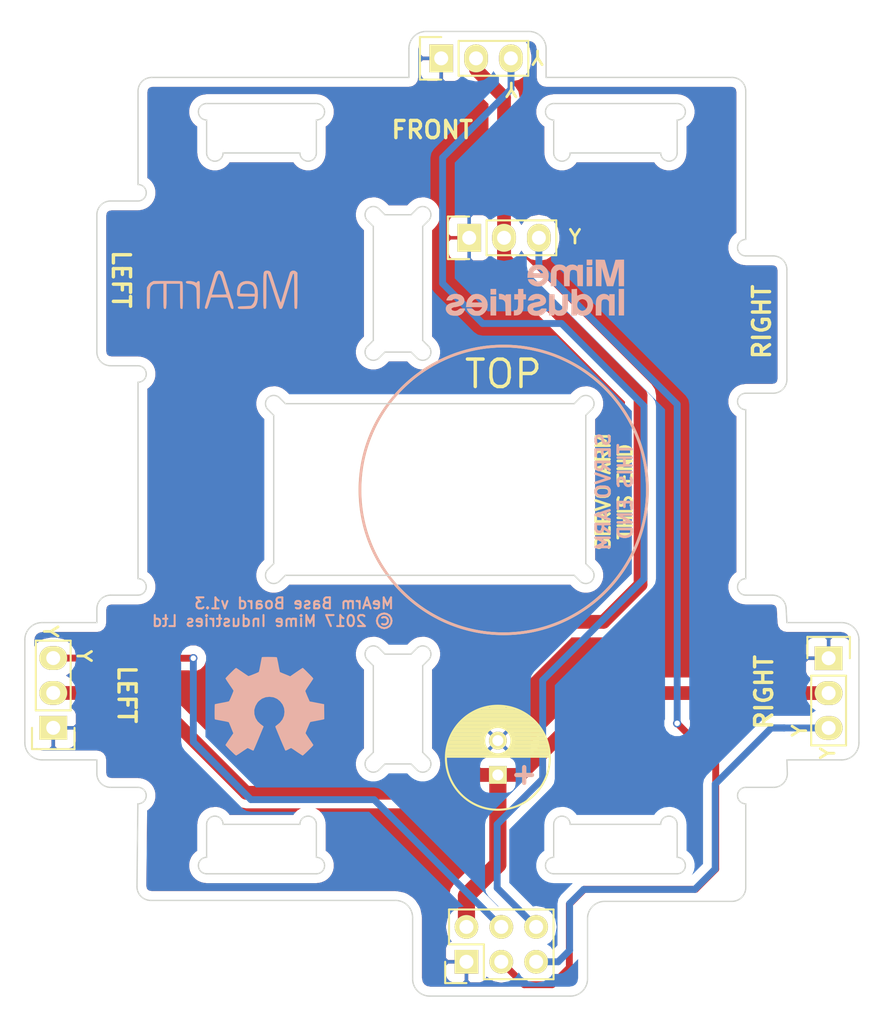
<source format=kicad_pcb>
(kicad_pcb (version 20221018) (generator pcbnew)
  (layers (0 "F.Cu" signal) (31 "B.Cu" signal) (34 "B.Paste" user) (35 "F.Paste" user) (36 "B.SilkS" user "B.Silkscreen") (37 "F.SilkS" user "F.Silkscreen") (38 "B.Mask" user) (39 "F.Mask" user) (44 "Edge.Cuts" user))
  (net 0 "")
  (net 1 "GND")
  (net 2 "VCC")
  (net 3 "Net-(P1-Pad5)")
  (net 4 "Net-(P1-Pad3)")
  (net 5 "Net-(P1-Pad4)")
  (net 6 "Net-(P1-Pad6)")
  (footprint "Pin_Headers:Pin_Header_Straight_2x03" (layer "F.Cu") (at 164.61 137.11 90)
    (fp_text reference "P1" hide)
    (fp_text value "CONNECTOR")
    (pad "1" thru_hole rect (at 0 0 90) (size 1.7272 1.7272) (drill 1.016) (layers "*.Cu" "*.Mask" "F.SilkS") (net 1 "GND"))
    (pad "2" thru_hole oval (at 2.54 0 90) (size 1.7272 1.7272) (drill 1.016) (layers "*.Cu" "*.Mask" "F.SilkS") (net 2 "VCC"))
    (pad "3" thru_hole oval (at 0 2.54 90) (size 1.7272 1.7272) (drill 1.016) (layers "*.Cu" "*.Mask" "F.SilkS") (net 4 "Net-(P1-Pad3)"))
    (pad "4" thru_hole oval (at 2.54 2.54 90) (size 1.7272 1.7272) (drill 1.016) (layers "*.Cu" "*.Mask" "F.SilkS") (net 5 "Net-(P1-Pad4)"))
    (pad "5" thru_hole oval (at 0 5.08 90) (size 1.7272 1.7272) (drill 1.016) (layers "*.Cu" "*.Mask" "F.SilkS") (net 3 "Net-(P1-Pad5)"))
    (pad "6" thru_hole oval (at 2.54 5.08 90) (size 1.7272 1.7272) (drill 1.016) (layers "*.Cu" "*.Mask" "F.SilkS") (net 6 "Net-(P1-Pad6)"))
  )
  (footprint "Capacitors_ThroughHole:C_Radial_D7.5_L11.2_P2.5" (layer "F.Cu") (at 166.9 123.5 90)
    (fp_text reference "C1" hide)
    (fp_text value "470uF" hide)
    (pad "1" thru_hole rect (at 0 0 90) (size 1.3 1.3) (drill 0.8) (layers "*.Cu" "*.Mask" "F.SilkS") (net 2 "VCC"))
    (pad "2" thru_hole circle (at 2.5 0 90) (size 1.3 1.3) (drill 0.8) (layers "*.Cu" "*.Mask" "F.SilkS") (net 1 "GND"))
  )
  (footprint "Pin_Headers:Pin_Header_Straight_1x03" (layer "F.Cu") (at 164.81 84.38 90)
    (fp_text reference "P2" hide)
    (fp_text value "~")
    (pad "1" thru_hole rect (at 0 0 90) (size 2.032 1.7272) (drill 1.016) (layers "*.Cu" "*.Mask" "F.SilkS") (net 1 "GND"))
    (pad "2" thru_hole oval (at 0 2.54 90) (size 2.032 1.7272) (drill 1.016) (layers "*.Cu" "*.Mask" "F.SilkS") (net 2 "VCC"))
    (pad "3" thru_hole oval (at 0 5.08 90) (size 2.032 1.7272) (drill 1.016) (layers "*.Cu" "*.Mask" "F.SilkS") (net 4 "Net-(P1-Pad3)"))
  )
  (footprint "Pin_Headers:Pin_Header_Straight_1x03" (layer "F.Cu") (at 162.77 71.31 90)
    (fp_text reference "P5" hide)
    (fp_text value "~")
    (pad "1" thru_hole rect (at 0 0 90) (size 2.032 1.7272) (drill 1.016) (layers "*.Cu" "*.Mask" "F.SilkS") (net 1 "GND"))
    (pad "2" thru_hole oval (at 0 2.54 90) (size 2.032 1.7272) (drill 1.016) (layers "*.Cu" "*.Mask" "F.SilkS") (net 2 "VCC"))
    (pad "3" thru_hole oval (at 0 5.08 90) (size 2.032 1.7272) (drill 1.016) (layers "*.Cu" "*.Mask" "F.SilkS") (net 6 "Net-(P1-Pad6)"))
  )
  (footprint "Pin_Headers:Pin_Header_Straight_1x03" (layer "F.Cu") (at 134.49 120.07 180)
    (fp_text reference "P3" hide)
    (fp_text value "~")
    (pad "1" thru_hole rect (at 0 0 180) (size 2.032 1.7272) (drill 1.016) (layers "*.Cu" "*.Mask" "F.SilkS") (net 1 "GND"))
    (pad "2" thru_hole oval (at 0 2.54 180) (size 2.032 1.7272) (drill 1.016) (layers "*.Cu" "*.Mask" "F.SilkS") (net 2 "VCC"))
    (pad "3" thru_hole oval (at 0 5.08 180) (size 2.032 1.7272) (drill 1.016) (layers "*.Cu" "*.Mask" "F.SilkS") (net 5 "Net-(P1-Pad4)"))
  )
  (footprint "Pin_Headers:Pin_Header_Straight_1x03" (layer "F.Cu") (at 191.01 115)
    (fp_text reference "P4" hide)
    (fp_text value "~")
    (pad "1" thru_hole rect (at 0 0) (size 2.032 1.7272) (drill 1.016) (layers "*.Cu" "*.Mask" "F.SilkS") (net 1 "GND"))
    (pad "2" thru_hole oval (at 0 2.54) (size 2.032 1.7272) (drill 1.016) (layers "*.Cu" "*.Mask" "F.SilkS") (net 2 "VCC"))
    (pad "3" thru_hole oval (at 0 5.08) (size 2.032 1.7272) (drill 1.016) (layers "*.Cu" "*.Mask" "F.SilkS") (net 3 "Net-(P1-Pad5)"))
  )
  (footprint "Custom:OSHW_LOGO" (layer "B.Cu") (at 150.25 118.5 180)
    (fp_text reference "ART1" hide)
    (fp_text value "OSHW-LOGO" hide)
  )
  (footprint "Custom:MIME_LOGO" (layer "B.Cu") (at 172.16 88.03 180)
    (fp_text reference "ART2" hide)
    (fp_text value "LOGO" hide)
  )
  (footprint "Custom:MEARM_LOGO_NEW" (layer "B.Cu") (at 148.73 88.15 180)
    (fp_text reference "ART3" hide)
    (fp_text value "LOGO" hide)
  )
  (gr_circle (center 167.3225 102.743) (end 177.7365 103.886) (stroke (width 0.2)) (fill none) (layer "B.SilkS"))
  (gr_circle (center 167.3225 102.743) (end 177.7365 103.886) (stroke (width 0.2)) (fill none) (layer "F.SilkS"))
  (gr_arc (start 191.97 112.405968) (mid 192.853883 112.772085) (end 193.22 113.655968) (stroke (width 0.1)) (layer "Edge.Cuts"))
  (gr_line (start 157.395736 92.277093) (end 157.82 91.852829) (stroke (width 0.1)) (layer "Edge.Cuts"))
  (gr_line (start 179.97 75.800362) (end 179.97 78.200362) (stroke (width 0.1)) (layer "Edge.Cuts"))
  (gr_arc (start 153.67 129.500361) (mid 154.27 130.100361) (end 153.67 130.700361) (stroke (width 0.1)) (layer "Edge.Cuts"))
  (gr_line (start 178.77 78.200362) (end 172.17 78.200362) (stroke (width 0.1)) (layer "Edge.Cuts"))
  (gr_arc (start 161.9361 139.609139) (mid 161.052217 139.243022) (end 160.6861 138.359139) (stroke (width 0.1)) (layer "Edge.Cuts"))
  (gr_arc (start 179.97 129.500361) (mid 180.57 130.100361) (end 179.97 130.700361) (stroke (width 0.1)) (layer "Edge.Cuts"))
  (gr_line (start 157.395736 122.277092) (end 157.82 121.852828) (stroke (width 0.1)) (layer "Edge.Cuts"))
  (gr_arc (start 145.67 130.700361) (mid 145.07 130.100361) (end 145.67 129.500361) (stroke (width 0.1)) (layer "Edge.Cuts"))
  (gr_arc (start 193.22 121.155968) (mid 192.853883 122.039851) (end 191.97 122.405968) (stroke (width 0.1)) (layer "Edge.Cuts"))
  (gr_line (start 184.97 131.709139) (end 184.97 125.605968) (stroke (width 0.1)) (layer "Edge.Cuts"))
  (gr_line (start 157.82 121.852828) (end 157.82 115.549884) (stroke (width 0.1)) (layer "Edge.Cuts"))
  (gr_line (start 140.67 81.699259) (end 138.67 81.699259) (stroke (width 0.1)) (layer "Edge.Cuts"))
  (gr_line (start 146.87 127.100361) (end 152.47 127.100361) (stroke (width 0.1)) (layer "Edge.Cuts"))
  (gr_arc (start 157.395736 115.12562) (mid 157.395736 114.277092) (end 158.244264 114.277092) (stroke (width 0.1)) (layer "Edge.Cuts"))
  (gr_line (start 151.409628 108.960498) (end 150.985364 109.384762) (stroke (width 0.1)) (layer "Edge.Cuts"))
  (gr_line (start 158.668528 114.701356) (end 160.571472 114.701356) (stroke (width 0.1)) (layer "Edge.Cuts"))
  (gr_arc (start 184.97 85.699259) (mid 184.37 85.099259) (end 184.97 84.499259) (stroke (width 0.1)) (layer "Edge.Cuts"))
  (gr_line (start 161.42 91.852829) (end 161.844264 92.277093) (stroke (width 0.1)) (layer "Edge.Cuts"))
  (gr_line (start 186.913086 110.405968) (end 184.97 110.405968) (stroke (width 0.1)) (layer "Edge.Cuts"))
  (gr_line (start 170.97 78.200362) (end 170.97 75.800362) (stroke (width 0.1)) (layer "Edge.Cuts"))
  (gr_line (start 161.42 83.549885) (end 161.42 91.852829) (stroke (width 0.1)) (layer "Edge.Cuts"))
  (gr_line (start 174.6861 132.709139) (end 183.97 132.709139) (stroke (width 0.1)) (layer "Edge.Cuts"))
  (gr_arc (start 141.593325 132.640262) (mid 140.882478 132.343609) (end 140.593381 131.629656) (stroke (width 0.1)) (layer "Edge.Cuts"))
  (gr_arc (start 172.17 78.200362) (mid 171.57 78.800362) (end 170.97 78.200362) (stroke (width 0.1)) (layer "Edge.Cuts"))
  (gr_line (start 158.244264 82.277093) (end 158.668528 82.701357) (stroke (width 0.1)) (layer "Edge.Cuts"))
  (gr_arc (start 184.97 131.709139) (mid 184.677107 132.416246) (end 183.97 132.709139) (stroke (width 0.1)) (layer "Edge.Cuts"))
  (gr_line (start 157.82 115.549884) (end 157.395736 115.12562) (stroke (width 0.1)) (layer "Edge.Cuts"))
  (gr_line (start 153.67 127.100361) (end 153.67 129.500361) (stroke (width 0.1)) (layer "Edge.Cuts"))
  (gr_line (start 183.97 72.699259) (end 170.415218 72.699259) (stroke (width 0.1)) (layer "Edge.Cuts"))
  (gr_line (start 133.67 122.405968) (end 137.67 122.405968) (stroke (width 0.1)) (layer "Edge.Cuts"))
  (gr_line (start 160.415218 72.699259) (end 141.67 72.699259) (stroke (width 0.1)) (layer "Edge.Cuts"))
  (gr_arc (start 184.97 110.405968) (mid 184.37 109.805968) (end 184.97 109.205968) (stroke (width 0.1)) (layer "Edge.Cuts"))
  (gr_arc (start 145.67 75.800362) (mid 145.07 75.200362) (end 145.67 74.600362) (stroke (width 0.1)) (layer "Edge.Cuts"))
  (gr_line (start 146.87 78.200362) (end 152.47 78.200362) (stroke (width 0.1)) (layer "Edge.Cuts"))
  (gr_line (start 150.5611 97.309026) (end 150.136836 96.884762) (stroke (width 0.1)) (layer "Edge.Cuts"))
  (gr_line (start 173.3111 108.11197) (end 173.735364 108.536234) (stroke (width 0.1)) (layer "Edge.Cuts"))
  (gr_line (start 160.571472 122.701356) (end 158.668528 122.701356) (stroke (width 0.1)) (layer "Edge.Cuts"))
  (gr_line (start 140.67 94.9) (end 140.67 109.205968) (stroke (width 0.1)) (layer "Edge.Cuts"))
  (gr_arc (start 169.165218 69.350362) (mid 170.049101 69.716479) (end 170.415218 70.600362) (stroke (width 0.1)) (layer "Edge.Cuts"))
  (gr_line (start 187.97 112.405968) (end 187.911556 111.350671) (stroke (width 0.1)) (layer "Edge.Cuts"))
  (gr_arc (start 178.77 127.100361) (mid 179.37 126.500361) (end 179.97 127.100361) (stroke (width 0.1)) (layer "Edge.Cuts"))
  (gr_arc (start 140.67 73.699259) (mid 140.962893 72.992152) (end 141.67 72.699259) (stroke (width 0.1)) (layer "Edge.Cuts"))
  (gr_line (start 137.67 82.699259) (end 137.67 92.7) (stroke (width 0.1)) (layer "Edge.Cuts"))
  (gr_arc (start 172.886836 96.036234) (mid 173.735364 96.036234) (end 173.735364 96.884762) (stroke (width 0.1)) (layer "Edge.Cuts"))
  (gr_arc (start 161.844264 92.277093) (mid 161.844264 93.125621) (end 160.995736 93.125621) (stroke (width 0.1)) (layer "Edge.Cuts"))
  (gr_line (start 172.462572 96.460498) (end 172.886836 96.036234) (stroke (width 0.1)) (layer "Edge.Cuts"))
  (gr_arc (start 152.47 127.100361) (mid 153.07 126.500361) (end 153.67 127.100361) (stroke (width 0.1)) (layer "Edge.Cuts"))
  (gr_line (start 140.67 73.699259) (end 140.67 80.499259) (stroke (width 0.1)) (layer "Edge.Cuts"))
  (gr_arc (start 153.67 78.200362) (mid 153.07 78.800362) (end 152.47 78.200362) (stroke (width 0.1)) (layer "Edge.Cuts"))
  (gr_line (start 153.67 74.600362) (end 145.67 74.600362) (stroke (width 0.1)) (layer "Edge.Cuts"))
  (gr_line (start 170.97 127.100361) (end 170.97 129.500361) (stroke (width 0.1)) (layer "Edge.Cuts"))
  (gr_arc (start 179.97 74.600362) (mid 180.57 75.200362) (end 179.97 75.800362) (stroke (width 0.1)) (layer "Edge.Cuts"))
  (gr_arc (start 140.67 109.205968) (mid 141.27 109.805968) (end 140.67 110.405968) (stroke (width 0.1)) (layer "Edge.Cuts"))
  (gr_line (start 184.97 95.7) (end 186.97 95.7) (stroke (width 0.1)) (layer "Edge.Cuts"))
  (gr_arc (start 187.999602 123.375448) (mid 187.717884 124.102201) (end 187.000068 124.405968) (stroke (width 0.1)) (layer "Edge.Cuts"))
  (gr_line (start 187.97 122.405968) (end 191.97 122.405968) (stroke (width 0.1)) (layer "Edge.Cuts"))
  (gr_arc (start 146.87 78.200362) (mid 146.27 78.800362) (end 145.67 78.200362) (stroke (width 0.1)) (layer "Edge.Cuts"))
  (gr_line (start 160.571472 82.701357) (end 160.995736 82.277093) (stroke (width 0.1)) (layer "Edge.Cuts"))
  (gr_line (start 184.97 109.205968) (end 184.97 96.9) (stroke (width 0.1)) (layer "Edge.Cuts"))
  (gr_line (start 137.67 122.405968) (end 137.67 123.405968) (stroke (width 0.1)) (layer "Edge.Cuts"))
  (gr_arc (start 184.97 125.605968) (mid 184.37 125.005968) (end 184.97 124.405968) (stroke (width 0.1)) (layer "Edge.Cuts"))
  (gr_line (start 140.67 110.405968) (end 138.67 110.405968) (stroke (width 0.1)) (layer "Edge.Cuts"))
  (gr_arc (start 145.67 127.100361) (mid 146.27 126.500361) (end 146.87 127.100361) (stroke (width 0.1)) (layer "Edge.Cuts"))
  (gr_line (start 173.4361 138.359139) (end 173.4361 133.959139) (stroke (width 0.1)) (layer "Edge.Cuts"))
  (gr_arc (start 160.415218 70.600362) (mid 160.781335 69.716479) (end 161.665218 69.350362) (stroke (width 0.1)) (layer "Edge.Cuts"))
  (gr_arc (start 183.97 72.699259) (mid 184.677107 72.992152) (end 184.97 73.699259) (stroke (width 0.1)) (layer "Edge.Cuts"))
  (gr_arc (start 160.995736 114.277092) (mid 161.844264 114.277092) (end 161.844264 115.12562) (stroke (width 0.1)) (layer "Edge.Cuts"))
  (gr_arc (start 153.67 74.600362) (mid 154.27 75.200362) (end 153.67 75.800362) (stroke (width 0.1)) (layer "Edge.Cuts"))
  (gr_line (start 160.571472 92.701357) (end 158.668528 92.701357) (stroke (width 0.1)) (layer "Edge.Cuts"))
  (gr_arc (start 137.67 82.699259) (mid 137.962893 81.992152) (end 138.67 81.699259) (stroke (width 0.1)) (layer "Edge.Cuts"))
  (gr_line (start 150.5611 108.11197) (end 150.5611 97.309026) (stroke (width 0.1)) (layer "Edge.Cuts"))
  (gr_line (start 187.999602 123.375448) (end 187.97 122.405968) (stroke (width 0.1)) (layer "Edge.Cuts"))
  (gr_line (start 157.82 83.549885) (end 157.395736 83.125621) (stroke (width 0.1)) (layer "Edge.Cuts"))
  (gr_arc (start 170.97 75.800362) (mid 170.37 75.200362) (end 170.97 74.600362) (stroke (width 0.1)) (layer "Edge.Cuts"))
  (gr_line (start 161.844264 115.12562) (end 161.42 115.549884) (stroke (width 0.1)) (layer "Edge.Cuts"))
  (gr_line (start 184.97 84.499259) (end 184.97 73.699259) (stroke (width 0.1)) (layer "Edge.Cuts"))
  (gr_line (start 145.67 129.500361) (end 145.67 127.100361) (stroke (width 0.1)) (layer "Edge.Cuts"))
  (gr_arc (start 160.995736 82.277093) (mid 161.844264 82.277093) (end 161.844264 83.125621) (stroke (width 0.1)) (layer "Edge.Cuts"))
  (gr_line (start 158.668528 122.701356) (end 158.244264 123.12562) (stroke (width 0.1)) (layer "Edge.Cuts"))
  (gr_line (start 172.886836 109.384762) (end 172.462572 108.960498) (stroke (width 0.1)) (layer "Edge.Cuts"))
  (gr_line (start 153.67 130.700361) (end 145.67 130.700361) (stroke (width 0.1)) (layer "Edge.Cuts"))
  (gr_arc (start 137.67 111.405968) (mid 137.962893 110.698861) (end 138.67 110.405968) (stroke (width 0.1)) (layer "Edge.Cuts"))
  (gr_line (start 191.97 112.405968) (end 187.97 112.405968) (stroke (width 0.1)) (layer "Edge.Cuts"))
  (gr_line (start 160.995736 93.125621) (end 160.571472 92.701357) (stroke (width 0.1)) (layer "Edge.Cuts"))
  (gr_arc (start 138.67 124.405968) (mid 137.962893 124.113075) (end 137.67 123.405968) (stroke (width 0.1)) (layer "Edge.Cuts"))
  (gr_line (start 138.67 124.405968) (end 140.67 124.405968) (stroke (width 0.1)) (layer "Edge.Cuts"))
  (gr_arc (start 158.244264 123.12562) (mid 157.395736 123.12562) (end 157.395736 122.277092) (stroke (width 0.1)) (layer "Edge.Cuts"))
  (gr_arc (start 173.4361 133.959139) (mid 173.802217 133.075256) (end 174.6861 132.709139) (stroke (width 0.1)) (layer "Edge.Cuts"))
  (gr_line (start 158.668528 92.701357) (end 158.244264 93.125621) (stroke (width 0.1)) (layer "Edge.Cuts"))
  (gr_line (start 160.6861 133.890262) (end 160.6861 138.359139) (stroke (width 0.1)) (layer "Edge.Cuts"))
  (gr_arc (start 150.136836 96.884762) (mid 150.136836 96.036234) (end 150.985364 96.036234) (stroke (width 0.1)) (layer "Edge.Cuts"))
  (gr_line (start 184.97 124.405968) (end 187.000068 124.405968) (stroke (width 0.1)) (layer "Edge.Cuts"))
  (gr_line (start 141.593325 132.640262) (end 159.4361 132.640262) (stroke (width 0.1)) (layer "Edge.Cuts"))
  (gr_arc (start 187.97 94.7) (mid 187.677107 95.407107) (end 186.97 95.7) (stroke (width 0.1)) (layer "Edge.Cuts"))
  (gr_arc (start 173.4361 138.359139) (mid 173.069983 139.243022) (end 172.1861 139.609139) (stroke (width 0.1)) (layer "Edge.Cuts"))
  (gr_arc (start 161.844264 122.277092) (mid 161.844264 123.12562) (end 160.995736 123.12562) (stroke (width 0.1)) (layer "Edge.Cuts"))
  (gr_line (start 150.985364 96.036234) (end 151.409628 96.460498) (stroke (width 0.1)) (layer "Edge.Cuts"))
  (gr_line (start 137.67 112.405968) (end 133.67 112.405968) (stroke (width 0.1)) (layer "Edge.Cuts"))
  (gr_line (start 150.136836 108.536234) (end 150.5611 108.11197) (stroke (width 0.1)) (layer "Edge.Cuts"))
  (gr_arc (start 138.67 93.7) (mid 137.962893 93.407107) (end 137.67 92.7) (stroke (width 0.1)) (layer "Edge.Cuts"))
  (gr_line (start 158.668528 82.701357) (end 160.571472 82.701357) (stroke (width 0.1)) (layer "Edge.Cuts"))
  (gr_arc (start 140.67 93.7) (mid 141.27 94.3) (end 140.67 94.9) (stroke (width 0.1)) (layer "Edge.Cuts"))
  (gr_line (start 172.462572 108.960498) (end 151.409628 108.960498) (stroke (width 0.1)) (layer "Edge.Cuts"))
  (gr_line (start 161.9361 139.609139) (end 172.1861 139.609139) (stroke (width 0.1)) (layer "Edge.Cuts"))
  (gr_line (start 170.97 74.600362) (end 179.97 74.600362) (stroke (width 0.1)) (layer "Edge.Cuts"))
  (gr_arc (start 186.97 85.699259) (mid 187.677107 85.992152) (end 187.97 86.699259) (stroke (width 0.1)) (layer "Edge.Cuts"))
  (gr_arc (start 140.669999 124.405968) (mid 141.269966 125.012331) (end 140.657274 125.605833) (stroke (width 0.1)) (layer "Edge.Cuts"))
  (gr_arc (start 158.244264 93.125621) (mid 157.395736 93.125621) (end 157.395736 92.277093) (stroke (width 0.1)) (layer "Edge.Cuts"))
  (gr_arc (start 132.42 113.655968) (mid 132.786117 112.772085) (end 133.67 112.405968) (stroke (width 0.1)) (layer "Edge.Cuts"))
  (gr_line (start 160.995736 123.12562) (end 160.571472 122.701356) (stroke (width 0.1)) (layer "Edge.Cuts"))
  (gr_arc (start 184.97 96.9) (mid 184.37 96.3) (end 184.97 95.7) (stroke (width 0.1)) (layer "Edge.Cuts"))
  (gr_line (start 157.82 91.852829) (end 157.82 83.549885) (stroke (width 0.1)) (layer "Edge.Cuts"))
  (gr_line (start 173.3111 97.309026) (end 173.3111 108.11197) (stroke (width 0.1)) (layer "Edge.Cuts"))
  (gr_arc (start 157.395736 83.125621) (mid 157.395736 82.277093) (end 158.244264 82.277093) (stroke (width 0.1)) (layer "Edge.Cuts"))
  (gr_line (start 140.657274 125.605833) (end 140.593381 131.629656) (stroke (width 0.1)) (layer "Edge.Cuts"))
  (gr_line (start 160.571472 114.701356) (end 160.995736 114.277092) (stroke (width 0.1)) (layer "Edge.Cuts"))
  (gr_line (start 187.97 94.7) (end 187.97 86.699259) (stroke (width 0.1)) (layer "Edge.Cuts"))
  (gr_line (start 161.42 121.852828) (end 161.844264 122.277092) (stroke (width 0.1)) (layer "Edge.Cuts"))
  (gr_arc (start 150.985364 109.384762) (mid 150.136836 109.384762) (end 150.136836 108.536234) (stroke (width 0.1)) (layer "Edge.Cuts"))
  (gr_line (start 161.42 115.549884) (end 161.42 121.852828) (stroke (width 0.1)) (layer "Edge.Cuts"))
  (gr_line (start 153.67 78.200362) (end 153.67 75.800362) (stroke (width 0.1)) (layer "Edge.Cuts"))
  (gr_arc (start 133.67 122.405968) (mid 132.786117 122.039851) (end 132.42 121.155968) (stroke (width 0.1)) (layer "Edge.Cuts"))
  (gr_line (start 169.165218 69.350362) (end 161.665218 69.350362) (stroke (width 0.1)) (layer "Edge.Cuts"))
  (gr_line (start 173.735364 96.884762) (end 173.3111 97.309026) (stroke (width 0.1)) (layer "Edge.Cuts"))
  (gr_line (start 170.97 130.700361) (end 179.97 130.700361) (stroke (width 0.1)) (layer "Edge.Cuts"))
  (gr_arc (start 186.913086 110.405968) (mid 187.600364 110.679574) (end 187.911556 111.350671) (stroke (width 0.1)) (layer "Edge.Cuts"))
  (gr_arc (start 159.4361 132.640262) (mid 160.319983 133.006379) (end 160.6861 133.890262) (stroke (width 0.1)) (layer "Edge.Cuts"))
  (gr_line (start 138.67 93.7) (end 140.67 93.7) (stroke (width 0.1)) (layer "Edge.Cuts"))
  (gr_arc (start 179.97 78.200362) (mid 179.37 78.800362) (end 178.77 78.200362) (stroke (width 0.1)) (layer "Edge.Cuts"))
  (gr_line (start 170.415218 72.699259) (end 170.415218 70.600362) (stroke (width 0.1)) (layer "Edge.Cuts"))
  (gr_arc (start 170.97 130.700361) (mid 170.37 130.100361) (end 170.97 129.500361) (stroke (width 0.1)) (layer "Edge.Cuts"))
  (gr_line (start 145.67 75.800362) (end 145.67 78.200362) (stroke (width 0.1)) (layer "Edge.Cuts"))
  (gr_line (start 160.415218 70.600362) (end 160.415218 72.699259) (stroke (width 0.1)) (layer "Edge.Cuts"))
  (gr_line (start 178.77 127.100361) (end 172.17 127.100361) (stroke (width 0.1)) (layer "Edge.Cuts"))
  (gr_line (start 186.97 85.699259) (end 184.97 85.699259) (stroke (width 0.1)) (layer "Edge.Cuts"))
  (gr_arc (start 173.735364 108.536234) (mid 173.735364 109.384762) (end 172.886836 109.384762) (stroke (width 0.1)) (layer "Edge.Cuts"))
  (gr_line (start 151.409628 96.460498) (end 172.462572 96.460498) (stroke (width 0.1)) (layer "Edge.Cuts"))
  (gr_line (start 158.244264 114.277092) (end 158.668528 114.701356) (stroke (width 0.1)) (layer "Edge.Cuts"))
  (gr_line (start 161.844264 83.125621) (end 161.42 83.549885) (stroke (width 0.1)) (layer "Edge.Cuts"))
  (gr_arc (start 170.97 127.100361) (mid 171.57 126.500361) (end 172.17 127.100361) (stroke (width 0.1)) (layer "Edge.Cuts"))
  (gr_arc (start 140.67 80.499259) (mid 141.27 81.099259) (end 140.67 81.699259) (stroke (width 0.1)) (layer "Edge.Cuts"))
  (gr_line (start 137.67 111.405968) (end 137.67 112.405968) (stroke (width 0.1)) (layer "Edge.Cuts"))
  (gr_line (start 193.22 121.155968) (end 193.22 113.655968) (stroke (width 0.1)) (layer "Edge.Cuts"))
  (gr_line (start 132.42 113.655968) (end 132.42 121.155968) (stroke (width 0.1)) (layer "Edge.Cuts"))
  (gr_line (start 179.97 129.500361) (end 179.97 127.100361) (stroke (width 0.1)) (layer "Edge.Cuts"))
  (gr_text "SERVO ARM\nTHIS END" (at 175.387 102.87 90) (layer "B.SilkS") (effects (font (size 1 1) (thickness 0.2)) (justify mirror)))
  (gr_text "+" (at 168.82 123.4) (layer "B.SilkS") (effects (font (size 1.5 1.5) (thickness 0.3)) (justify mirror)))
  (gr_text "MeArm Base Board v1.3\n© 2017 Mime Industries Ltd" (at 159.4 111.65) (layer "B.SilkS") (effects (font (size 0.8 0.8)) (justify left mirror)))
  (gr_text "RIGHT" (at 186.14 90.5 90) (layer "F.SilkS") (effects (font (size 1.25 1.25) (thickness 0.25))))
  (gr_text "TOP" (at 167.3 94.3) (layer "F.SilkS") (effects (font (size 2 2) (thickness 0.25))))
  (gr_text "RIGHT" (at 186.3 117.47 90) (layer "F.SilkS") (effects (font (size 1.25 1.25) (thickness 0.25))))
  (gr_text "LEFT" (at 139.85 117.64 270) (layer "F.SilkS") (effects (font (size 1.25 1.25) (thickness 0.25))))
  (gr_text "LEFT" (at 139.44 87.4 270) (layer "F.SilkS") (effects (font (size 1.25 1.25) (thickness 0.25))))
  (gr_text "Y" (at 172.52 84.31) (layer "F.SilkS") (effects (font (size 1 1) (thickness 0.2))))
  (gr_text "Y" (at 134.29 113.05 270) (layer "F.SilkS") (effects (font (size 1 1) (thickness 0.2))))
  (gr_text "Y" (at 167.88 73.56 180) (layer "F.SilkS") (effects (font (size 1 1) (thickness 0.2))))
  (gr_text "+" (at 168.82 123.4) (layer "F.SilkS") (effects (font (size 1.5 1.5) (thickness 0.3)) (justify mirror)))
  (gr_text "Y" (at 136.73 114.84 270) (layer "F.SilkS") (effects (font (size 1 1) (thickness 0.2))))
  (gr_text "Y" (at 190.95 121.92 90) (layer "F.SilkS") (effects (font (size 1 1) (thickness 0.2))))
  (gr_text "Y" (at 169.79 71.22 180) (layer "F.SilkS") (effects (font (size 1 1) (thickness 0.2))))
  (gr_text "Y" (at 188.89 120.28 90) (layer "F.SilkS") (effects (font (size 1 1) (thickness 0.2))))
  (gr_text "SERVO ARM\nTHIS END" (at 175.387 102.87 90) (layer "F.SilkS") (effects (font (size 1 1) (thickness 0.2))))
  (gr_text "FRONT" (at 162.1155 76.5175) (layer "F.SilkS") (effects (font (size 1.25 1.25) (thickness 0.25))))
  (segment (start 164.7 119.45) (end 171.8 112.35) (width 1) (layer "F.Cu") (net 2))
  (segment (start 148.55 124.8) (end 141.2885 117.5385) (width 1) (layer "F.Cu") (net 2))
  (segment (start 165.45 123.5) (end 164.7 122.75) (width 1) (layer "F.Cu") (net 2))
  (segment (start 167.35 84.38) (end 167.35 85.9) (width 1) (layer "F.Cu") (net 2))
  (segment (start 168.55 123.5) (end 174.5115 117.5385) (width 1) (layer "F.Cu") (net 2))
  (segment (start 166.9 123.5) (end 165.25 123.5) (width 1) (layer "F.Cu") (net 2))
  (segment (start 177.3 95.85) (end 167.35 85.9) (width 1) (layer "F.Cu") (net 2))
  (segment (start 166.9 123.5) (end 165.45 123.5) (width 1) (layer "F.Cu") (net 2))
  (segment (start 177.3 109.65) (end 177.3 95.85) (width 1) (layer "F.Cu") (net 2))
  (segment (start 166.9 130.02) (end 166.9 123.5) (width 1.25) (layer "F.Cu") (net 2))
  (segment (start 164.7 122.75) (end 164.7 119.45) (width 1) (layer "F.Cu") (net 2))
  (segment (start 137.596 117.53) (end 134.49 117.53) (width 1) (layer "F.Cu") (net 2))
  (segment (start 166.9 130.02) (end 164.61 132.31) (width 1.25) (layer "F.Cu") (net 2))
  (segment (start 141.2885 117.5385) (end 137.6045 117.5385) (width 1) (layer "F.Cu") (net 2))
  (segment (start 165.25 123.5) (end 163.95 124.8) (width 1) (layer "F.Cu") (net 2))
  (segment (start 164.61 132.31) (end 164.61 134.57) (width 1.25) (layer "F.Cu") (net 2))
  (segment (start 174.6 112.35) (end 177.3 109.65) (width 1) (layer "F.Cu") (net 2))
  (segment (start 167.35 85.9) (end 167.35 74.16) (width 1) (layer "F.Cu") (net 2))
  (segment (start 163.95 124.8) (end 148.55 124.8) (width 1) (layer "F.Cu") (net 2))
  (segment (start 166.9 123.5) (end 168.55 123.5) (width 1) (layer "F.Cu") (net 2))
  (segment (start 187.771 117.54) (end 191.01 117.54) (width 1) (layer "F.Cu") (net 2))
  (segment (start 165.31 72.12) (end 165.31 71.31) (width 1) (layer "F.Cu") (net 2))
  (segment (start 187.7695 117.5385) (end 187.771 117.54) (width 1) (layer "F.Cu") (net 2))
  (segment (start 174.5115 117.5385) (end 187.7695 117.5385) (width 1) (layer "F.Cu") (net 2))
  (segment (start 171.8 112.35) (end 174.6 112.35) (width 1) (layer "F.Cu") (net 2))
  (segment (start 167.35 74.16) (end 165.31 72.12) (width 1) (layer "F.Cu") (net 2))
  (segment (start 137.6045 117.5385) (end 137.596 117.53) (width 1) (layer "F.Cu") (net 2))
  (segment (start 182.74 130.35) (end 181.25 131.84) (width 0.5) (layer "B.Cu") (net 3))
  (segment (start 172.13 132.87) (end 172.13 136.277814) (width 0.5) (layer "B.Cu") (net 3))
  (segment (start 187.7695 120.0785) (end 186.8315 120.0785) (width 0.5) (layer "B.Cu") (net 3))
  (segment (start 172.13 136.277814) (end 171.297814 137.11) (width 0.5) (layer "B.Cu") (net 3))
  (segment (start 182.74 124.17) (end 182.74 130.35) (width 0.5) (layer "B.Cu") (net 3))
  (segment (start 187.0075 120.0785) (end 187.7695 120.0785) (width 0.5) (layer "B.Cu") (net 3))
  (segment (start 181.25 131.84) (end 173.16 131.84) (width 0.5) (layer "B.Cu") (net 3))
  (segment (start 187.771 120.08) (end 191.01 120.08) (width 0.5) (layer "B.Cu") (net 3))
  (segment (start 186.8315 120.0785) (end 182.74 124.17) (width 0.5) (layer "B.Cu") (net 3))
  (segment (start 171.297814 137.11) (end 169.69 137.11) (width 0.5) (layer "B.Cu") (net 3))
  (segment (start 187.7695 120.0785) (end 187.771 120.08) (width 0.5) (layer "B.Cu") (net 3))
  (segment (start 173.16 131.84) (end 172.13 132.87) (width 0.5) (layer "B.Cu") (net 3))
  (segment (start 170.86 138.78) (end 168.82 138.78) (width 0.5) (layer "F.Cu") (net 4))
  (segment (start 181.31 131.83) (end 173.2 131.83) (width 0.5) (layer "F.Cu") (net 4))
  (segment (start 168.82 138.78) (end 167.15 137.11) (width 0.5) (layer "F.Cu") (net 4))
  (segment (start 179.97 119.74) (end 182.78 122.55) (width 0.5) (layer "F.Cu") (net 4))
  (segment (start 173.2 131.83) (end 172.11 132.92) (width 0.5) (layer "F.Cu") (net 4))
  (segment (start 172.11 132.92) (end 172.11 137.53) (width 0.5) (layer "F.Cu") (net 4))
  (segment (start 182.78 122.55) (end 182.78 130.36) (width 0.5) (layer "F.Cu") (net 4))
  (segment (start 172.11 137.53) (end 170.86 138.78) (width 0.5) (layer "F.Cu") (net 4))
  (segment (start 182.78 130.36) (end 181.31 131.83) (width 0.5) (layer "F.Cu") (net 4))
  (via (at 179.97 119.74) (size 0.6) (drill 0.4) (layers "F.Cu" "B.Cu") (net 4))
  (segment (start 169.89 86.43) (end 169.89 84.38) (width 0.5) (layer "B.Cu") (net 4))
  (segment (start 179.97 119.74) (end 179.97 96.51) (width 0.5) (layer "B.Cu") (net 4))
  (segment (start 179.97 96.51) (end 169.89 86.43) (width 0.5) (layer "B.Cu") (net 4))
  (segment (start 137.606 115) (end 137.6045 114.9985) (width 0.5) (layer "F.Cu") (net 5))
  (segment (start 137.596 114.99) (end 134.49 114.99) (width 0.5) (layer "F.Cu") (net 5))
  (segment (start 137.606 115) (end 137.596 114.99) (width 0.5) (layer "F.Cu") (net 5))
  (segment (start 144.7 115) (end 137.606 115) (width 0.5) (layer "F.Cu") (net 5))
  (via (at 144.7 115) (size 0.6) (drill 0.4) (layers "F.Cu" "B.Cu") (net 5))
  (segment (start 167.15 134.57) (end 157.88 125.3) (width 0.5) (layer "B.Cu") (net 5))
  (segment (start 157.88 125.3) (end 148.9 125.3) (width 0.5) (layer "B.Cu") (net 5))
  (segment (start 148.9 125.3) (end 144.7 121.1) (width 0.5) (layer "B.Cu") (net 5))
  (segment (start 144.7 121.1) (end 144.7 115) (width 0.5) (layer "B.Cu") (net 5))
  (segment (start 177.546 109.22) (end 170.166 116.6) (width 0.5) (layer "B.Cu") (net 6))
  (segment (start 171.54 90.62) (end 177.546 96.626) (width 0.5) (layer "B.Cu") (net 6))
  (segment (start 170.166 116.6) (end 170.166 123.784) (width 0.5) (layer "B.Cu") (net 6))
  (segment (start 170.166 123.784) (end 166.85 127.1) (width 0.5) (layer "B.Cu") (net 6))
  (segment (start 167.85 71.31) (end 167.86 71.32) (width 0.5) (layer "B.Cu") (net 6))
  (segment (start 162.87 78.54) (end 162.87 87.7) (width 0.5) (layer "B.Cu") (net 6))
  (segment (start 162.87 87.7) (end 165.79 90.62) (width 0.5) (layer "B.Cu") (net 6))
  (segment (start 166.85 127.1) (end 166.85 131.73) (width 0.5) (layer "B.Cu") (net 6))
  (segment (start 165.79 90.62) (end 171.54 90.62) (width 0.5) (layer "B.Cu") (net 6))
  (segment (start 167.86 71.32) (end 167.86 73.55) (width 0.5) (layer "B.Cu") (net 6))
  (segment (start 166.85 131.73) (end 169.69 134.57) (width 0.5) (layer "B.Cu") (net 6))
  (segment (start 167.86 73.55) (end 162.87 78.54) (width 0.5) (layer "B.Cu") (net 6))
  (segment (start 177.546 96.626) (end 177.546 109.22) (width 0.5) (layer "B.Cu") (net 6))
  (zone (net 1) (net_name "GND") (layer "F.Cu") (connect_pads (clearance 0.508)) (min_thickness 0.254) (fill yes (thermal_gap 0.508) (thermal_bridge_width 0.508))
    (polygon (pts (xy 130.6085 67.191) (xy 194.23 67.32) (xy 194.475 140.9225) (xy 130.79 140.73)))
  )
  (zone (net 1) (net_name "GND") (layer "B.Cu") (connect_pads (clearance 0.508)) (min_thickness 0.254) (fill yes (thermal_gap 0.508) (thermal_bridge_width 0.508))
    (polygon (pts (xy 132.57 67.06) (xy 194.34 67.39) (xy 194.358 140.8555) (xy 131.16 140.27) (xy 131.2235 69.277)))
  )
)
</source>
